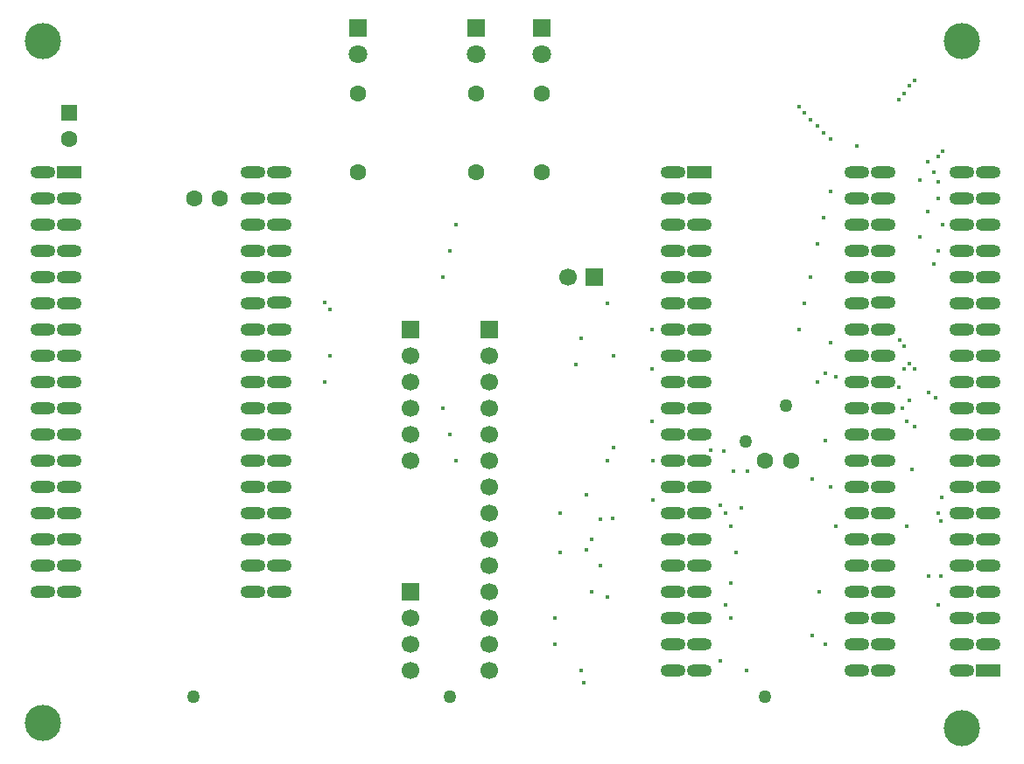
<source format=gbs>
G04 #@! TF.GenerationSoftware,KiCad,Pcbnew,9.0.2*
G04 #@! TF.CreationDate,2026-02-09T22:21:52+09:00*
G04 #@! TF.ProjectId,EMUZ80_RP2040,454d555a-3830-45f5-9250-323034302e6b,Rev001*
G04 #@! TF.SameCoordinates,Original*
G04 #@! TF.FileFunction,Soldermask,Bot*
G04 #@! TF.FilePolarity,Negative*
%FSLAX46Y46*%
G04 Gerber Fmt 4.6, Leading zero omitted, Abs format (unit mm)*
G04 Created by KiCad (PCBNEW 9.0.2) date 2026-02-09 22:21:52*
%MOMM*%
%LPD*%
G01*
G04 APERTURE LIST*
G04 Aperture macros list*
%AMRoundRect*
0 Rectangle with rounded corners*
0 $1 Rounding radius*
0 $2 $3 $4 $5 $6 $7 $8 $9 X,Y pos of 4 corners*
0 Add a 4 corners polygon primitive as box body*
4,1,4,$2,$3,$4,$5,$6,$7,$8,$9,$2,$3,0*
0 Add four circle primitives for the rounded corners*
1,1,$1+$1,$2,$3*
1,1,$1+$1,$4,$5*
1,1,$1+$1,$6,$7*
1,1,$1+$1,$8,$9*
0 Add four rect primitives between the rounded corners*
20,1,$1+$1,$2,$3,$4,$5,0*
20,1,$1+$1,$4,$5,$6,$7,0*
20,1,$1+$1,$6,$7,$8,$9,0*
20,1,$1+$1,$8,$9,$2,$3,0*%
G04 Aperture macros list end*
%ADD10R,1.800000X1.800000*%
%ADD11C,1.800000*%
%ADD12R,1.700000X1.700000*%
%ADD13C,1.700000*%
%ADD14C,1.600000*%
%ADD15C,3.500000*%
%ADD16R,2.400000X1.200000*%
%ADD17O,2.400000X1.200000*%
%ADD18RoundRect,0.250000X-0.550000X0.550000X-0.550000X-0.550000X0.550000X-0.550000X0.550000X0.550000X0*%
%ADD19C,1.270000*%
%ADD20C,0.400000*%
G04 APERTURE END LIST*
D10*
X150375000Y-69880000D03*
D11*
X150375000Y-72420000D03*
D12*
X144025000Y-99090000D03*
D13*
X144025000Y-101630000D03*
X144025000Y-104170000D03*
X144025000Y-106710000D03*
X144025000Y-109250000D03*
X144025000Y-111790000D03*
D14*
X138945000Y-83850000D03*
X138945000Y-76230000D03*
D15*
X108465000Y-137190000D03*
D10*
X156725000Y-69880000D03*
D11*
X156725000Y-72420000D03*
D16*
X199905000Y-132110000D03*
D17*
X197365000Y-132110000D03*
X199905000Y-129570000D03*
X197365000Y-129570000D03*
X199905000Y-127030000D03*
X197365000Y-127030000D03*
X199905000Y-124490000D03*
X197365000Y-124490000D03*
X199905000Y-121950000D03*
X197365000Y-121950000D03*
X199905000Y-119410000D03*
X197365000Y-119410000D03*
X199905000Y-116870000D03*
X197365000Y-116870000D03*
X199905000Y-114330000D03*
X197365000Y-114330000D03*
X199905000Y-111790000D03*
X197365000Y-111790000D03*
X199905000Y-109250000D03*
X197365000Y-109250000D03*
X199905000Y-106710000D03*
X197365000Y-106710000D03*
X199905000Y-104170000D03*
X197365000Y-104170000D03*
X199905000Y-101630000D03*
X197365000Y-101630000D03*
X199905000Y-99090000D03*
X197365000Y-99090000D03*
X199905000Y-96550000D03*
X197365000Y-96550000D03*
X199905000Y-94010000D03*
X197365000Y-94010000D03*
X199905000Y-91470000D03*
X197365000Y-91470000D03*
X199905000Y-88930000D03*
X197365000Y-88930000D03*
X199905000Y-86390000D03*
X197365000Y-86390000D03*
X199905000Y-83850000D03*
X197365000Y-83850000D03*
D14*
X150375000Y-83850000D03*
X150375000Y-76230000D03*
D15*
X197365000Y-71150000D03*
D12*
X161805000Y-94010000D03*
D13*
X159265000Y-94010000D03*
D15*
X197365000Y-137698000D03*
D14*
X123110000Y-86390000D03*
X125610000Y-86390000D03*
D17*
X169425000Y-83850000D03*
D16*
X171965000Y-83850000D03*
D17*
X169425000Y-86390000D03*
X171965000Y-86390000D03*
X169425000Y-88930000D03*
X171965000Y-88930000D03*
X169425000Y-91470000D03*
X171965000Y-91470000D03*
X169425000Y-94010000D03*
X171965000Y-94010000D03*
X169425000Y-96550000D03*
X171965000Y-96550000D03*
X169425000Y-99090000D03*
X171965000Y-99090000D03*
X169425000Y-101630000D03*
X171965000Y-101630000D03*
X169425000Y-104170000D03*
X171965000Y-104170000D03*
X169425000Y-106710000D03*
X171965000Y-106710000D03*
X169425000Y-109250000D03*
X171965000Y-109250000D03*
X169425000Y-111790000D03*
X171965000Y-111790000D03*
X169425000Y-114330000D03*
X171965000Y-114330000D03*
X169425000Y-116870000D03*
X171965000Y-116870000D03*
X169425000Y-119410000D03*
X171965000Y-119410000D03*
X169425000Y-121950000D03*
X171965000Y-121950000D03*
X169425000Y-124490000D03*
X171965000Y-124490000D03*
X169425000Y-127030000D03*
X171965000Y-127030000D03*
X169425000Y-129570000D03*
X171965000Y-129570000D03*
X169425000Y-132110000D03*
X171965000Y-132110000D03*
X187205000Y-132110000D03*
X189745000Y-132110000D03*
X187205000Y-129570000D03*
X189745000Y-129570000D03*
X187205000Y-127030000D03*
X189745000Y-127030000D03*
X187205000Y-124490000D03*
X189745000Y-124490000D03*
X187205000Y-121950000D03*
X189745000Y-121950000D03*
X187205000Y-119410000D03*
X189745000Y-119410000D03*
X187205000Y-116870000D03*
X189745000Y-116870000D03*
X187205000Y-114330000D03*
X189745000Y-114330000D03*
X187205000Y-111790000D03*
X189745000Y-111790000D03*
X187205000Y-109250000D03*
X189745000Y-109250000D03*
X187205000Y-106710000D03*
X189745000Y-106710000D03*
X187205000Y-104170000D03*
X189745000Y-104170000D03*
X187205000Y-101630000D03*
X189745000Y-101630000D03*
X187205000Y-99090000D03*
X189745000Y-99090000D03*
X187205000Y-96550000D03*
X189745000Y-96540000D03*
X187205000Y-94010000D03*
X189745000Y-94020000D03*
X187205000Y-91470000D03*
X189745000Y-91470000D03*
X187205000Y-88930000D03*
X189745000Y-88930000D03*
X187205000Y-86390000D03*
X189745000Y-86390000D03*
X187205000Y-83850000D03*
X189745000Y-83850000D03*
D14*
X178355000Y-111790000D03*
X180855000Y-111790000D03*
D12*
X151645000Y-99090000D03*
D13*
X151645000Y-101630000D03*
X151645000Y-104170000D03*
X151645000Y-106710000D03*
X151645000Y-109250000D03*
X151645000Y-111790000D03*
X151645000Y-114330000D03*
X151645000Y-116870000D03*
X151645000Y-119410000D03*
X151645000Y-121950000D03*
X151645000Y-124490000D03*
X151645000Y-127030000D03*
X151645000Y-129570000D03*
X151645000Y-132110000D03*
D12*
X144025000Y-124490000D03*
D13*
X144025000Y-127030000D03*
X144025000Y-129570000D03*
X144025000Y-132110000D03*
D17*
X108465000Y-83850000D03*
D16*
X111005000Y-83850000D03*
D17*
X108465000Y-86390000D03*
X111005000Y-86390000D03*
X108465000Y-88930000D03*
X111005000Y-88930000D03*
X108465000Y-91470000D03*
X111005000Y-91470000D03*
X108465000Y-94010000D03*
X111005000Y-94010000D03*
X108465000Y-96550000D03*
X111005000Y-96550000D03*
X108465000Y-99090000D03*
X111005000Y-99090000D03*
X108465000Y-101630000D03*
X111005000Y-101630000D03*
X108465000Y-104170000D03*
X111005000Y-104170000D03*
X108465000Y-106710000D03*
X111005000Y-106710000D03*
X108465000Y-109250000D03*
X111005000Y-109250000D03*
X108465000Y-111790000D03*
X111005000Y-111790000D03*
X108465000Y-114330000D03*
X111005000Y-114330000D03*
X108465000Y-116870000D03*
X111005000Y-116870000D03*
X108465000Y-119410000D03*
X111005000Y-119410000D03*
X108465000Y-121950000D03*
X111005000Y-121950000D03*
X108465000Y-124490000D03*
X111005000Y-124490000D03*
X128785000Y-124490000D03*
X131325000Y-124490000D03*
X128785000Y-121950000D03*
X131325000Y-121950000D03*
X128785000Y-119410000D03*
X131325000Y-119410000D03*
X128785000Y-116870000D03*
X131325000Y-116870000D03*
X128785000Y-114330000D03*
X131325000Y-114330000D03*
X128785000Y-111790000D03*
X131325000Y-111790000D03*
X128785000Y-109250000D03*
X131325000Y-109250000D03*
X128785000Y-106710000D03*
X131325000Y-106710000D03*
X128785000Y-104170000D03*
X131325000Y-104170000D03*
X128785000Y-101630000D03*
X131325000Y-101630000D03*
X128785000Y-99090000D03*
X131325000Y-99090000D03*
X128785000Y-96550000D03*
X131325000Y-96540000D03*
X128785000Y-94010000D03*
X131325000Y-94020000D03*
X128785000Y-91470000D03*
X131325000Y-91470000D03*
X128785000Y-88930000D03*
X131325000Y-88930000D03*
X128785000Y-86390000D03*
X131325000Y-86390000D03*
X128785000Y-83850000D03*
X131325000Y-83850000D03*
D14*
X156725000Y-83850000D03*
X156725000Y-76230000D03*
D15*
X108465000Y-71150000D03*
D10*
X138945000Y-69880000D03*
D11*
X138945000Y-72420000D03*
D18*
X111005000Y-78135000D03*
D14*
X111005000Y-80635000D03*
D19*
X176493500Y-109928500D03*
X123070000Y-134650000D03*
X178315000Y-134650000D03*
X180347000Y-106456000D03*
X147835000Y-134650000D03*
D20*
X136278000Y-101630000D03*
X136278000Y-97185000D03*
X148470000Y-88930000D03*
X148470000Y-111790000D03*
X147200000Y-106710000D03*
X147200000Y-94020000D03*
X147835000Y-109250000D03*
X147835000Y-91470000D03*
X135770000Y-96540000D03*
X135770000Y-104170000D03*
X157995000Y-127030000D03*
X157995000Y-129570000D03*
X173997000Y-131260000D03*
X173997000Y-116108000D03*
X163075000Y-124998000D03*
X163075000Y-96550000D03*
X163075000Y-111790000D03*
X174505000Y-125760000D03*
X195079000Y-125760000D03*
X174505000Y-116870000D03*
X195079000Y-116870000D03*
X162440000Y-121950000D03*
X194215400Y-105236800D03*
X194215400Y-122966000D03*
X162440000Y-117505000D03*
X192564400Y-112679000D03*
X160789000Y-133323000D03*
X160027000Y-102493600D03*
X161576400Y-124490000D03*
X161576400Y-119410000D03*
X160535000Y-99953600D03*
X176664000Y-112806000D03*
X160535000Y-132110000D03*
X176537000Y-132110000D03*
X183395000Y-104170000D03*
X183639500Y-124490000D03*
X161043000Y-120426000D03*
X191319800Y-104728800D03*
X161043000Y-115121500D03*
X175013000Y-127030000D03*
X175013000Y-123698500D03*
X191650000Y-106710000D03*
X182887000Y-128778500D03*
X182887000Y-113568000D03*
X184157000Y-109885000D03*
X184157000Y-103331800D03*
X184157000Y-129570000D03*
X173108000Y-110774000D03*
X192050000Y-107980000D03*
X192050000Y-118140000D03*
X175013000Y-118140000D03*
X194672600Y-83850000D03*
X194672600Y-92740000D03*
X158503000Y-116870000D03*
X195333000Y-122966000D03*
X195383800Y-117682800D03*
X158503000Y-120680000D03*
X182760000Y-78770000D03*
X182760000Y-94010000D03*
X176029000Y-116363000D03*
X167393000Y-99090000D03*
X174378000Y-110901000D03*
X167393000Y-107980000D03*
X183395000Y-79405000D03*
X183395000Y-90835000D03*
X194825000Y-105694000D03*
X195450500Y-115346000D03*
X167393000Y-102900000D03*
X195079000Y-82326000D03*
X195079000Y-84846000D03*
X195536200Y-88980800D03*
X195510800Y-81818000D03*
X194063000Y-87660000D03*
X194063000Y-82834000D03*
X182125000Y-78135000D03*
X182125000Y-96550000D03*
X191777000Y-102925400D03*
X191777000Y-76230000D03*
X191777000Y-100715600D03*
X184030000Y-88295000D03*
X184030000Y-80040000D03*
X193351800Y-90123800D03*
X187205000Y-81310000D03*
X193301000Y-84641500D03*
X181617000Y-99090000D03*
X181617000Y-77500000D03*
X185173000Y-118140000D03*
X185173000Y-103738200D03*
X191370600Y-100145782D03*
X191269000Y-76865000D03*
X175521000Y-120680000D03*
X175267000Y-112806000D03*
X167520000Y-111790000D03*
X167520000Y-115600000D03*
X192793000Y-102900000D03*
X192793000Y-74960000D03*
X192793000Y-108488000D03*
X192285000Y-105948000D03*
X192285000Y-75549420D03*
X192295500Y-102392000D03*
X184665000Y-80675000D03*
X195115497Y-91470000D03*
X195079000Y-86390000D03*
X184665000Y-85755000D03*
X184665000Y-114330000D03*
X184665000Y-100360000D03*
X163583000Y-117378000D03*
X163710000Y-101630000D03*
X163710000Y-110520000D03*
M02*

</source>
